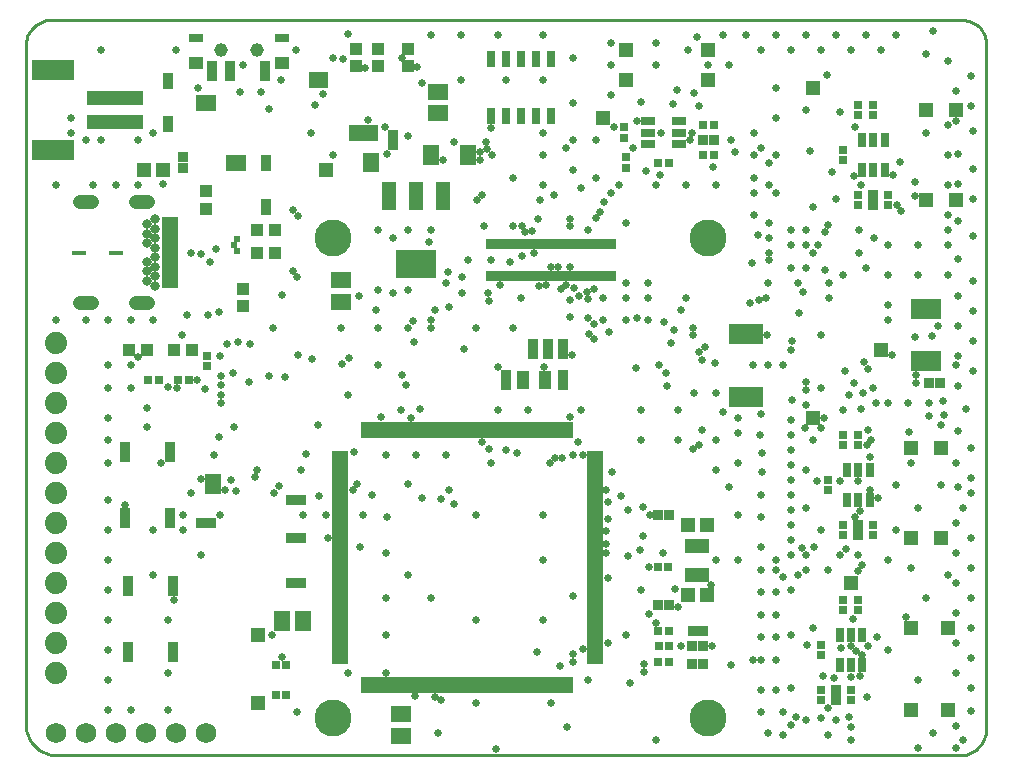
<source format=gbr>
G04 EAGLE Gerber RS-274X export*
G75*
%MOMM*%
%FSLAX34Y34*%
%LPD*%
%INSoldermask Top*%
%IPPOS*%
%AMOC8*
5,1,8,0,0,1.08239X$1,22.5*%
G01*
%ADD10C,3.124200*%
%ADD11R,1.103200X1.503200*%
%ADD12R,0.503200X1.403200*%
%ADD13R,1.403200X0.503200*%
%ADD14R,0.703200X0.703200*%
%ADD15R,1.153200X1.203200*%
%ADD16R,2.003200X1.203200*%
%ADD17R,1.153200X2.353200*%
%ADD18R,3.453200X2.353200*%
%ADD19R,1.653200X1.353200*%
%ADD20R,1.473200X0.838200*%
%ADD21R,0.823200X0.823200*%
%ADD22R,2.997200X1.701800*%
%ADD23R,0.482600X1.778000*%
%ADD24R,0.711200X1.473200*%
%ADD25R,4.803200X1.203200*%
%ADD26R,3.603200X1.803200*%
%ADD27R,0.903200X1.403200*%
%ADD28R,0.903200X1.703200*%
%ADD29R,1.203200X0.803200*%
%ADD30R,1.203200X1.003200*%
%ADD31C,1.153200*%
%ADD32R,0.838200X1.473200*%
%ADD33R,1.353200X1.653200*%
%ADD34R,0.965200X1.727200*%
%ADD35C,1.727200*%
%ADD36R,1.003200X1.003200*%
%ADD37R,1.203200X0.403200*%
%ADD38C,0.807200*%
%ADD39C,1.203200*%
%ADD40R,1.303200X0.803200*%
%ADD41R,0.803200X1.303200*%
%ADD42R,1.203200X1.203200*%
%ADD43R,0.433200X0.863200*%
%ADD44R,0.400800X0.710800*%
%ADD45R,10.972800X0.965200*%
%ADD46R,0.503200X0.503200*%
%ADD47C,1.879600*%
%ADD48C,0.657200*%
%ADD49C,0.254000*%


D10*
X31750Y31750D03*
X349250Y31750D03*
X349250Y438150D03*
X31750Y438150D03*
D11*
X210922Y317246D03*
X191922Y317246D03*
D12*
X57534Y59386D03*
X62534Y59386D03*
X67534Y59386D03*
X72534Y59386D03*
X77534Y59386D03*
X82534Y59386D03*
X87534Y59386D03*
X92534Y59386D03*
X97534Y59386D03*
X102534Y59386D03*
X107534Y59386D03*
X112534Y59386D03*
X117534Y59386D03*
X122534Y59386D03*
X127534Y59386D03*
X132534Y59386D03*
X137534Y59386D03*
X142534Y59386D03*
X147534Y59386D03*
X152534Y59386D03*
X157534Y59386D03*
X162534Y59386D03*
X167534Y59386D03*
X172534Y59386D03*
X177534Y59386D03*
X182534Y59386D03*
X187534Y59386D03*
X192534Y59386D03*
X197534Y59386D03*
X202534Y59386D03*
X207534Y59386D03*
X212534Y59386D03*
X217534Y59386D03*
X222534Y59386D03*
X227534Y59386D03*
X232534Y59386D03*
D13*
X253034Y79886D03*
X253034Y84886D03*
X253034Y89886D03*
X253034Y94886D03*
X253034Y99886D03*
X253034Y104886D03*
X253034Y109886D03*
X253034Y114886D03*
X253034Y119886D03*
X253034Y124886D03*
X253034Y129886D03*
X253034Y134886D03*
X253034Y139886D03*
X253034Y144886D03*
X253034Y149886D03*
X253034Y154886D03*
X253034Y159886D03*
X253034Y164886D03*
X253034Y169886D03*
X253034Y174886D03*
X253034Y179886D03*
X253034Y184886D03*
X253034Y189886D03*
X253034Y194886D03*
X253034Y199886D03*
X253034Y204886D03*
X253034Y209886D03*
X253034Y214886D03*
X253034Y219886D03*
X253034Y224886D03*
X253034Y229886D03*
X253034Y234886D03*
X253034Y239886D03*
X253034Y244886D03*
X253034Y249886D03*
X253034Y254886D03*
D12*
X232534Y275386D03*
X227534Y275386D03*
X222534Y275386D03*
X217534Y275386D03*
X212534Y275386D03*
X207534Y275386D03*
X202534Y275386D03*
X197534Y275386D03*
X192534Y275386D03*
X187534Y275386D03*
X182534Y275386D03*
X177534Y275386D03*
X172534Y275386D03*
X167534Y275386D03*
X162534Y275386D03*
X157534Y275386D03*
X152534Y275386D03*
X147534Y275386D03*
X142534Y275386D03*
X137534Y275386D03*
X132534Y275386D03*
X127534Y275386D03*
X122534Y275386D03*
X117534Y275386D03*
X112534Y275386D03*
X107534Y275386D03*
X102534Y275386D03*
X97534Y275386D03*
X92534Y275386D03*
X87534Y275386D03*
X82534Y275386D03*
X77534Y275386D03*
X72534Y275386D03*
X67534Y275386D03*
X62534Y275386D03*
X57534Y275386D03*
D13*
X37034Y254886D03*
X37034Y249886D03*
X37034Y244886D03*
X37034Y239886D03*
X37034Y234886D03*
X37034Y229886D03*
X37034Y224886D03*
X37034Y219886D03*
X37034Y214886D03*
X37034Y209886D03*
X37034Y204886D03*
X37034Y199886D03*
X37034Y194886D03*
X37034Y189886D03*
X37034Y184886D03*
X37034Y179886D03*
X37034Y174886D03*
X37034Y169886D03*
X37034Y164886D03*
X37034Y159886D03*
X37034Y154886D03*
X37034Y149886D03*
X37034Y144886D03*
X37034Y139886D03*
X37034Y134886D03*
X37034Y129886D03*
X37034Y124886D03*
X37034Y119886D03*
X37034Y114886D03*
X37034Y109886D03*
X37034Y104886D03*
X37034Y99886D03*
X37034Y94886D03*
X37034Y89886D03*
X37034Y84886D03*
X37034Y79886D03*
D14*
X315904Y78486D03*
X306904Y78486D03*
D15*
X332360Y194564D03*
X348360Y194564D03*
X331852Y135128D03*
X347852Y135128D03*
D16*
X339852Y152346D03*
X339852Y177346D03*
D14*
X306904Y104902D03*
X315904Y104902D03*
X307158Y91948D03*
X316158Y91948D03*
D17*
X124600Y473500D03*
X101600Y473500D03*
X78600Y473500D03*
D18*
X101600Y415500D03*
D19*
X38608Y401938D03*
X38608Y383938D03*
D20*
X63500Y505714D03*
X63500Y497586D03*
D19*
X120650Y543450D03*
X120650Y561450D03*
D21*
X82550Y525200D03*
X82550Y516200D03*
D22*
X381000Y303530D03*
X381000Y356870D03*
D20*
X114300Y503936D03*
X114300Y512064D03*
D23*
X543400Y377600D03*
X538400Y377600D03*
X533400Y377600D03*
X528400Y377600D03*
X523400Y377600D03*
X523400Y333600D03*
X528400Y333600D03*
X533400Y333600D03*
X538400Y333600D03*
X543400Y333600D03*
D21*
X536012Y314706D03*
X545012Y314706D03*
D24*
X215900Y589280D03*
X215900Y541020D03*
X203200Y589280D03*
X203200Y541020D03*
X190500Y589280D03*
X190500Y541020D03*
X177800Y589280D03*
X177800Y541020D03*
X165100Y589280D03*
X165100Y541020D03*
D14*
X-8200Y76200D03*
X-17200Y76200D03*
X-8200Y50800D03*
X-17200Y50800D03*
D25*
X-153500Y536100D03*
X-153500Y556100D03*
D26*
X-205500Y512100D03*
X-205500Y580100D03*
D27*
X-107950Y533950D03*
X-107950Y570950D03*
D28*
X-70760Y579400D03*
X-55760Y579400D03*
X-25760Y579400D03*
D29*
X-84760Y606900D03*
D30*
X-84760Y585900D03*
D29*
X-11760Y606900D03*
D30*
X-11760Y585900D03*
D31*
X-63260Y596900D03*
X-33260Y596900D03*
D20*
X146050Y503936D03*
X146050Y512064D03*
D32*
X49022Y527050D03*
X57150Y527050D03*
X65278Y527050D03*
D19*
X88900Y34400D03*
X88900Y16400D03*
D33*
X6206Y113284D03*
X-11794Y113284D03*
D21*
X226060Y313000D03*
X226060Y322000D03*
X177800Y313000D03*
X177800Y322000D03*
X306650Y127000D03*
X315650Y127000D03*
X4500Y146050D03*
X-4500Y146050D03*
X4500Y184150D03*
X-4500Y184150D03*
X306650Y203200D03*
X315650Y203200D03*
X4500Y215900D03*
X-4500Y215900D03*
X344606Y91948D03*
X335606Y91948D03*
X344860Y105410D03*
X335860Y105410D03*
X344606Y77216D03*
X335606Y77216D03*
X225806Y339162D03*
X225806Y348162D03*
X213106Y339162D03*
X213106Y348162D03*
X200406Y339162D03*
X200406Y348162D03*
D14*
X306396Y159512D03*
X315396Y159512D03*
D34*
X-144526Y200914D03*
X-144526Y256794D03*
X-106426Y200914D03*
X-106426Y256794D03*
D21*
X-71700Y196850D03*
X-80700Y196850D03*
D35*
X-127000Y19050D03*
X-152400Y19050D03*
X-76200Y19050D03*
X-101600Y19050D03*
X-177800Y19050D03*
X-203200Y19050D03*
D15*
X-112650Y495300D03*
X-128650Y495300D03*
D36*
X-32900Y425450D03*
X-17900Y425450D03*
X-32900Y444500D03*
X-17900Y444500D03*
D37*
X-152400Y425450D03*
X-183400Y425450D03*
D13*
X-106600Y452950D03*
X-106600Y447950D03*
X-106600Y442950D03*
X-106600Y437950D03*
X-106600Y432950D03*
X-106600Y427950D03*
X-106600Y422950D03*
X-106600Y417950D03*
X-106600Y412950D03*
X-106600Y407950D03*
X-106600Y402950D03*
X-106600Y397950D03*
D38*
X-119100Y397450D03*
X-126100Y401450D03*
X-126100Y409450D03*
X-119100Y405450D03*
X-119100Y413450D03*
X-126100Y417450D03*
X-119100Y421450D03*
X-119100Y429450D03*
X-126100Y433450D03*
X-119100Y437450D03*
X-126100Y441450D03*
X-126100Y449450D03*
X-119100Y445450D03*
X-119100Y453450D03*
D39*
X-125600Y468150D02*
X-135600Y468150D01*
X-135600Y382750D02*
X-125600Y382750D01*
X-172900Y382750D02*
X-182900Y382750D01*
X-182900Y468150D02*
X-172900Y468150D01*
D36*
X-76200Y477400D03*
X-76200Y462400D03*
X-44450Y379850D03*
X-44450Y394850D03*
D21*
X-95250Y497150D03*
X-95250Y506150D03*
D32*
X-80264Y552450D03*
X-72136Y552450D03*
X-46736Y501650D03*
X-54864Y501650D03*
D40*
X324150Y536550D03*
X324150Y527050D03*
X324150Y517550D03*
X298150Y517550D03*
X298150Y527050D03*
X298150Y536550D03*
D14*
X279400Y497150D03*
X279400Y506150D03*
X278130Y531804D03*
X278130Y522804D03*
X344750Y533400D03*
X353750Y533400D03*
X315650Y501650D03*
X306650Y501650D03*
X353750Y508000D03*
X344750Y508000D03*
D21*
X353750Y520700D03*
X344750Y520700D03*
D41*
X498450Y495000D03*
X488950Y495000D03*
X479450Y495000D03*
X479450Y521000D03*
X488950Y521000D03*
X498450Y521000D03*
D14*
X476250Y550600D03*
X476250Y541600D03*
X488950Y550600D03*
X488950Y541600D03*
X501650Y474400D03*
X501650Y465400D03*
X463550Y503500D03*
X463550Y512500D03*
X476250Y465400D03*
X476250Y474400D03*
D21*
X488950Y465400D03*
X488950Y474400D03*
D41*
X485750Y215600D03*
X476250Y215600D03*
X466750Y215600D03*
X466750Y241600D03*
X476250Y241600D03*
X485750Y241600D03*
D14*
X463550Y262200D03*
X463550Y271200D03*
X476250Y262200D03*
X476250Y271200D03*
X488950Y195000D03*
X488950Y186000D03*
X450850Y224100D03*
X450850Y233100D03*
X463550Y195000D03*
X463550Y186000D03*
D21*
X476250Y186000D03*
X476250Y195000D03*
D41*
X479400Y75900D03*
X469900Y75900D03*
X460400Y75900D03*
X460400Y101900D03*
X469900Y101900D03*
X479400Y101900D03*
D14*
X463550Y131500D03*
X463550Y122500D03*
X476250Y131500D03*
X476250Y122500D03*
X469900Y55300D03*
X469900Y46300D03*
X444500Y84400D03*
X444500Y93400D03*
X444500Y46300D03*
X444500Y55300D03*
D21*
X457200Y46300D03*
X457200Y55300D03*
D42*
X25400Y495300D03*
X495300Y342900D03*
X-31750Y101600D03*
X-31750Y44450D03*
D34*
X-103632Y142748D03*
X-103632Y86868D03*
X-141732Y142748D03*
X-141732Y86868D03*
D20*
X-70104Y225552D03*
X-70104Y233680D03*
D43*
X167900Y432650D03*
X167900Y405550D03*
X171900Y432650D03*
X171900Y405550D03*
X175900Y432650D03*
X175900Y405550D03*
X179900Y432650D03*
X179900Y405550D03*
X183900Y432650D03*
X183900Y405550D03*
X187900Y432650D03*
X187900Y405550D03*
X191900Y432650D03*
X191900Y405550D03*
X195900Y432650D03*
X195900Y405550D03*
X199900Y432650D03*
X199900Y405550D03*
X203900Y432650D03*
X203900Y405550D03*
X207900Y432650D03*
X207900Y405550D03*
X211900Y432650D03*
X211900Y405550D03*
X215900Y432650D03*
X215900Y405550D03*
X219900Y432650D03*
X219900Y405550D03*
X223900Y432650D03*
X223900Y405550D03*
X227900Y432650D03*
X227900Y405550D03*
X231900Y432650D03*
X231900Y405550D03*
X235900Y432650D03*
X235900Y405550D03*
X239900Y432650D03*
X239900Y405550D03*
X243900Y432650D03*
X243900Y405550D03*
X247900Y432650D03*
X247900Y405550D03*
X251900Y432650D03*
X251900Y405550D03*
D44*
X268650Y432650D03*
X268650Y405550D03*
X163150Y432650D03*
X163150Y405550D03*
D45*
X215996Y405638D03*
X215996Y432562D03*
D43*
X255900Y432650D03*
X255900Y405550D03*
X259900Y432650D03*
X259900Y405550D03*
X263900Y432650D03*
X263900Y405550D03*
D36*
X95250Y598050D03*
X95250Y583050D03*
X69850Y598050D03*
X69850Y583050D03*
X50800Y598050D03*
X50800Y583050D03*
D46*
X-52050Y431800D03*
X-49550Y426800D03*
X-49550Y436800D03*
D42*
X520700Y260350D03*
X546100Y184150D03*
X469900Y146050D03*
X438150Y285750D03*
X260350Y539750D03*
X438150Y565150D03*
X546100Y260350D03*
X520700Y184150D03*
X552450Y107950D03*
X520700Y38100D03*
X520700Y107950D03*
X552450Y38100D03*
X558800Y546100D03*
X533400Y469900D03*
X533400Y546100D03*
X558800Y469900D03*
X279400Y571500D03*
X349250Y596900D03*
X349250Y571500D03*
X279400Y596900D03*
D27*
X-25400Y501100D03*
X-25400Y464100D03*
D36*
X-87750Y342900D03*
X-102750Y342900D03*
D14*
X-99750Y317500D03*
X-90750Y317500D03*
D36*
X-125850Y342900D03*
X-140850Y342900D03*
D14*
X-125150Y317500D03*
X-116150Y317500D03*
D47*
X-203200Y349250D03*
X-203200Y323850D03*
X-203200Y298450D03*
X-203200Y273050D03*
X-203200Y247650D03*
X-203200Y222250D03*
X-203200Y196850D03*
X-203200Y171450D03*
X-203200Y146050D03*
X-203200Y120650D03*
X-203200Y95250D03*
X-203200Y69850D03*
D32*
X23114Y571500D03*
X14986Y571500D03*
D14*
X-75438Y338002D03*
X-75438Y329002D03*
D48*
X355092Y332232D03*
X355600Y306832D03*
X337058Y306832D03*
X314452Y312674D03*
X317500Y349250D03*
X336550Y361950D03*
X325882Y376428D03*
X311912Y366522D03*
X298450Y368300D03*
X298450Y387350D03*
X279400Y387350D03*
X279400Y368300D03*
X260350Y368300D03*
X260350Y387350D03*
X205994Y397002D03*
X190500Y386842D03*
X232410Y370840D03*
X232156Y385572D03*
X247650Y385826D03*
X247650Y370078D03*
X-63500Y304800D03*
X-39878Y315450D03*
X-144780Y212090D03*
X-133350Y337185D03*
X77470Y508635D03*
X133985Y519430D03*
X106680Y568960D03*
X-13970Y227965D03*
X-67310Y428625D03*
X90170Y321945D03*
X-12065Y83185D03*
X281305Y168910D03*
X299085Y119380D03*
X325755Y92075D03*
X351790Y144145D03*
X152400Y361950D03*
X184150Y361950D03*
X114300Y361950D03*
X88900Y292100D03*
X171450Y292100D03*
X196850Y292100D03*
X127000Y254000D03*
X101600Y254000D03*
X76200Y254000D03*
X152400Y203200D03*
X209550Y203200D03*
X209550Y165100D03*
X165100Y247650D03*
X209550Y114300D03*
X152400Y114300D03*
X152400Y44450D03*
X215900Y44450D03*
X247650Y63500D03*
X368300Y76200D03*
X304800Y12700D03*
X279400Y101600D03*
X292100Y139700D03*
X311150Y171450D03*
X355600Y165100D03*
X374650Y165100D03*
X374650Y203200D03*
X374650Y247650D03*
X374650Y273050D03*
X355600Y241300D03*
X355600Y266700D03*
X323850Y266700D03*
X292100Y266700D03*
X292100Y292100D03*
X323850Y292100D03*
X330200Y387350D03*
X298450Y400050D03*
X279400Y400050D03*
X165100Y419100D03*
X146050Y419100D03*
X127000Y400050D03*
X95250Y393700D03*
X95250Y361950D03*
X69850Y393700D03*
X69850Y444500D03*
X95250Y444500D03*
X114300Y444500D03*
X183896Y488950D03*
X209296Y482600D03*
X209296Y508000D03*
X209296Y527050D03*
X234696Y495300D03*
X234696Y520700D03*
X234696Y552450D03*
X234696Y590550D03*
X209296Y609600D03*
X171196Y609600D03*
X139446Y609600D03*
X114046Y609600D03*
X139446Y571500D03*
X177546Y571500D03*
X31496Y590550D03*
X31496Y508000D03*
X12446Y527050D03*
X-44704Y584200D03*
X-12954Y571500D03*
X-254Y596900D03*
X-101854Y596900D03*
X-82804Y565150D03*
X-165354Y596900D03*
X-190754Y539750D03*
X-190754Y527050D03*
X-178054Y520700D03*
X-165354Y520700D03*
X-133604Y520700D03*
X-120904Y527050D03*
X-133604Y482600D03*
X-152654Y482600D03*
X-171704Y482600D03*
X-203454Y482600D03*
X-203454Y368300D03*
X-178054Y368300D03*
X-159004Y368300D03*
X-139954Y368300D03*
X-120904Y368300D03*
X-159004Y330200D03*
X-159004Y311150D03*
X-139954Y311150D03*
X-139954Y330200D03*
X-159004Y285750D03*
X-159004Y266700D03*
X-159004Y247650D03*
X-159004Y215900D03*
X-159004Y190500D03*
X-159004Y165100D03*
X-159004Y139700D03*
X-159004Y114300D03*
X-159004Y88900D03*
X-159004Y63500D03*
X-159004Y38100D03*
X-139954Y38100D03*
X-108204Y38100D03*
X-108204Y69850D03*
X-108204Y114300D03*
X-120904Y152400D03*
X-120904Y190500D03*
X-95504Y190500D03*
X-95504Y203200D03*
X-89154Y222250D03*
X-114554Y247650D03*
X-69596Y254254D03*
X-52578Y277876D03*
X-23114Y321310D03*
X-57912Y348234D03*
X-38862Y348234D03*
X-19050Y361950D03*
X19050Y279400D03*
X57150Y203200D03*
X25400Y203200D03*
X76200Y171450D03*
X95250Y152400D03*
X114300Y133350D03*
X76200Y133350D03*
X76200Y101600D03*
X76200Y69850D03*
X44450Y69850D03*
X120650Y19050D03*
X69850Y361950D03*
X69850Y330200D03*
X38100Y361950D03*
X279400Y450850D03*
X209550Y571500D03*
X159512Y448056D03*
X82550Y438150D03*
X44450Y304800D03*
X241300Y292100D03*
X6350Y203200D03*
X247650Y444500D03*
X374650Y285750D03*
X234950Y85963D03*
X234950Y78629D03*
X243205Y90170D03*
X234950Y134620D03*
X13335Y335280D03*
X-112395Y483870D03*
X352425Y92075D03*
X233680Y339090D03*
X323850Y125730D03*
X299085Y159385D03*
X-103505Y131445D03*
X-64135Y337820D03*
X45085Y335915D03*
X99695Y349885D03*
X-18415Y221615D03*
X142240Y343535D03*
X229870Y23495D03*
X282575Y60960D03*
X294640Y77470D03*
X264160Y94615D03*
X93345Y313055D03*
X19685Y219710D03*
X299720Y203200D03*
X264160Y200025D03*
X320675Y140335D03*
X223520Y75565D03*
X100965Y49784D03*
X27305Y184150D03*
X204470Y87630D03*
X264160Y149860D03*
X210185Y328930D03*
X72390Y286385D03*
X49530Y256540D03*
X106680Y217805D03*
X232410Y286385D03*
X304800Y111760D03*
X262890Y178435D03*
X419100Y25400D03*
X467995Y32385D03*
X238760Y264795D03*
X313055Y323215D03*
X425450Y152400D03*
X400050Y330200D03*
X387350Y330200D03*
X412750Y330200D03*
X419100Y342900D03*
X399288Y355854D03*
X398272Y386588D03*
X419862Y300482D03*
X393446Y289052D03*
X392938Y271272D03*
X394462Y255778D03*
X394716Y240030D03*
X393700Y220472D03*
X393700Y201422D03*
X393700Y176022D03*
X393700Y156972D03*
X393700Y137922D03*
X393700Y118872D03*
X393700Y99822D03*
X393700Y80772D03*
X393700Y55372D03*
X393700Y36322D03*
X412750Y17272D03*
X450850Y17272D03*
X469900Y23622D03*
X457200Y29972D03*
X431800Y29972D03*
X412750Y36322D03*
X406400Y55372D03*
X406400Y80772D03*
X406400Y99822D03*
X406400Y118872D03*
X406400Y137922D03*
X406400Y156972D03*
X412750Y150622D03*
X431800Y156972D03*
X450850Y156972D03*
X476250Y169672D03*
X431800Y169672D03*
X419100Y169672D03*
X419100Y182372D03*
X419100Y195072D03*
X419100Y207772D03*
X419100Y220472D03*
X419100Y233172D03*
X419100Y245872D03*
X419100Y258572D03*
X419100Y271272D03*
X419100Y283972D03*
X431292Y276860D03*
X445008Y276860D03*
X431800Y296672D03*
X431800Y309372D03*
X431800Y315722D03*
X480568Y306578D03*
X472948Y315214D03*
X491490Y297688D03*
X468376Y305054D03*
X478536Y293370D03*
X501650Y297688D03*
X518668Y297688D03*
X535940Y298450D03*
X535686Y287274D03*
X548894Y287528D03*
X548132Y299466D03*
X567182Y293116D03*
X560832Y312166D03*
X573532Y324866D03*
X560832Y337566D03*
X573532Y350266D03*
X560832Y362966D03*
X573532Y375666D03*
X560832Y388366D03*
X573532Y401066D03*
X560832Y420116D03*
X573532Y439166D03*
X560832Y451866D03*
X573532Y470916D03*
X560832Y483616D03*
X573532Y496316D03*
X560832Y509016D03*
X573532Y528066D03*
X558800Y536702D03*
X571500Y549402D03*
X558800Y562102D03*
X571500Y574802D03*
X552450Y587502D03*
X539750Y612902D03*
X533400Y593852D03*
X508254Y609600D03*
X495554Y596900D03*
X482854Y609600D03*
X470154Y596900D03*
X457454Y609600D03*
X444754Y596900D03*
X432054Y609600D03*
X419354Y596900D03*
X406654Y609600D03*
X393954Y596900D03*
X381254Y609600D03*
X368554Y520700D03*
X387604Y527050D03*
X387604Y508000D03*
X400304Y501650D03*
X387604Y488950D03*
X400304Y482600D03*
X387604Y476250D03*
X273304Y482600D03*
X305054Y482600D03*
X330454Y482600D03*
X355854Y482600D03*
X387604Y457200D03*
X400304Y450850D03*
X400304Y438150D03*
X400304Y425450D03*
X432054Y444500D03*
X432054Y431800D03*
X432054Y412750D03*
X419354Y412750D03*
X419354Y431800D03*
X419354Y444500D03*
X425704Y374650D03*
X451104Y387350D03*
X451104Y400050D03*
X482854Y412750D03*
X476504Y425450D03*
X489204Y438150D03*
X476504Y444500D03*
X560832Y274066D03*
X571500Y259842D03*
X558800Y247142D03*
X571500Y234442D03*
X571500Y221742D03*
X558800Y196342D03*
X571500Y183642D03*
X558800Y170942D03*
X571500Y158242D03*
X558800Y145542D03*
X571500Y132842D03*
X558800Y120142D03*
X571500Y107442D03*
X558800Y94742D03*
X571500Y82042D03*
X558800Y69342D03*
X571500Y56642D03*
X571500Y37592D03*
X558800Y24892D03*
X558800Y5842D03*
X539750Y18542D03*
X527050Y5842D03*
X333375Y520700D03*
X309245Y527050D03*
X473710Y201930D03*
X476250Y231775D03*
X469900Y92075D03*
X406400Y476250D03*
X406400Y508000D03*
X406400Y539750D03*
X406400Y565150D03*
X366522Y584200D03*
X349250Y584200D03*
X304800Y584200D03*
X304800Y603250D03*
X266700Y603250D03*
X266700Y584200D03*
X266700Y558800D03*
X254000Y520700D03*
X254000Y488950D03*
X308610Y491490D03*
X353060Y497840D03*
X372110Y510540D03*
X336804Y560578D03*
X322834Y563372D03*
X292354Y552958D03*
X339852Y608330D03*
X460502Y544830D03*
X454152Y494030D03*
X456946Y470662D03*
X437896Y464312D03*
X441706Y432054D03*
X448056Y442468D03*
X448056Y410718D03*
X429006Y391668D03*
X444500Y355600D03*
X444500Y311150D03*
X463550Y292100D03*
X488950Y311150D03*
X501650Y368300D03*
X501650Y381000D03*
X501650Y406400D03*
X501650Y431800D03*
X527050Y431800D03*
X527050Y406400D03*
X552450Y406400D03*
X552450Y431800D03*
X552450Y457200D03*
X552450Y482600D03*
X552450Y508000D03*
X552450Y533400D03*
X533400Y527050D03*
X511556Y502158D03*
X473456Y531622D03*
X524256Y353822D03*
X558546Y330200D03*
X545846Y279400D03*
X431546Y241300D03*
X431546Y209550D03*
X444246Y190500D03*
X501396Y165100D03*
X520446Y158750D03*
X526796Y209550D03*
X507746Y190500D03*
X507746Y228600D03*
X520446Y247650D03*
X545846Y228600D03*
X552196Y152400D03*
X533146Y133350D03*
X418846Y139700D03*
X418846Y101600D03*
X437896Y107950D03*
X418846Y57150D03*
X399796Y19050D03*
X444246Y31750D03*
X469646Y12700D03*
X526796Y63500D03*
X501396Y88900D03*
X446532Y66802D03*
X484632Y327152D03*
X390906Y439928D03*
X385826Y416814D03*
X384810Y382778D03*
X419862Y350520D03*
X464566Y324866D03*
X423545Y32385D03*
X243205Y254000D03*
X366395Y226695D03*
X387350Y80645D03*
X477520Y66675D03*
X492125Y99695D03*
X262890Y224790D03*
X461010Y169545D03*
X476250Y155575D03*
X474345Y88265D03*
X484505Y92710D03*
X406400Y165100D03*
X492760Y217805D03*
X187325Y255905D03*
X307340Y330200D03*
X538480Y354965D03*
X447040Y285750D03*
X169545Y5080D03*
X428625Y175260D03*
X438785Y176530D03*
X274955Y219075D03*
X264160Y214630D03*
X463550Y406400D03*
X343836Y334852D03*
X512445Y461010D03*
X219075Y251460D03*
X123190Y46990D03*
X294640Y70485D03*
X361950Y290195D03*
X281305Y207645D03*
X294005Y210185D03*
X340995Y262890D03*
X450850Y448945D03*
X472440Y490220D03*
X4445Y241300D03*
X-9525Y320040D03*
X449580Y575945D03*
X393700Y514350D03*
X341233Y340868D03*
X319405Y551180D03*
X177800Y258445D03*
X437515Y424815D03*
X400685Y419100D03*
X266700Y476250D03*
X269240Y531495D03*
X117475Y49530D03*
X294005Y185420D03*
X343535Y275590D03*
X262890Y171450D03*
X291465Y173355D03*
X336550Y259080D03*
X262890Y189865D03*
X267970Y240030D03*
X288290Y327660D03*
X201295Y425450D03*
X205105Y454025D03*
X166370Y508000D03*
X156210Y510540D03*
X319842Y359974D03*
X336550Y355600D03*
X565150Y209550D03*
X565150Y12700D03*
X552450Y444500D03*
X361950Y609600D03*
X228600Y514350D03*
X288798Y369824D03*
X241300Y479790D03*
X218440Y474345D03*
X157480Y474345D03*
X104775Y292735D03*
X97155Y285115D03*
X99314Y367538D03*
X114300Y368300D03*
X207010Y469900D03*
X153670Y469900D03*
X184150Y447675D03*
X-2540Y409575D03*
X-55245Y233045D03*
X181610Y417830D03*
X53340Y388620D03*
X38735Y331470D03*
X8890Y254635D03*
X-64135Y203200D03*
X222250Y413385D03*
X232410Y447675D03*
X215900Y413385D03*
X232410Y454025D03*
X212090Y398145D03*
X162560Y391160D03*
X161925Y513080D03*
X165100Y530860D03*
X-34832Y235313D03*
X1524Y456438D03*
X254254Y454549D03*
X-33308Y241377D03*
X-2659Y461129D03*
X257302Y459597D03*
X485775Y224790D03*
X450850Y40005D03*
X479425Y85090D03*
X483235Y48895D03*
X466090Y174625D03*
X479425Y160655D03*
X508635Y465455D03*
X505460Y490855D03*
X340995Y549275D03*
X504825Y338455D03*
X518795Y273685D03*
X525145Y314960D03*
X163195Y384810D03*
X140335Y405130D03*
X128905Y408940D03*
X173132Y398368D03*
X543560Y363220D03*
X560705Y226695D03*
X215265Y247015D03*
X525145Y321945D03*
X635Y36830D03*
X225425Y251460D03*
X480695Y332740D03*
X-20320Y101600D03*
X53975Y175895D03*
X76835Y201930D03*
X123190Y216535D03*
X16510Y550545D03*
X124460Y504190D03*
X95250Y524510D03*
X392430Y385445D03*
X260985Y468630D03*
X-29210Y561340D03*
X156210Y504190D03*
X60960Y537845D03*
X-80010Y424180D03*
X-63500Y320659D03*
X-88900Y425450D03*
X-63500Y313579D03*
X-72390Y417830D03*
X-53340Y323215D03*
X-100330Y310515D03*
X-108585Y311785D03*
X335280Y527050D03*
X285750Y513715D03*
X296545Y494665D03*
X332105Y596900D03*
X288925Y536575D03*
X523875Y473075D03*
X523875Y485140D03*
X478790Y482600D03*
X434975Y511810D03*
X477520Y206375D03*
X460375Y231775D03*
X441325Y232410D03*
X487045Y266700D03*
X484505Y275590D03*
X485775Y252730D03*
X455930Y65405D03*
X469900Y66040D03*
X461645Y90805D03*
X433070Y93345D03*
X516890Y116840D03*
X471805Y115570D03*
X-46990Y561340D03*
X-63500Y298450D03*
X-64770Y269240D03*
X-125730Y278130D03*
X-125730Y294005D03*
X-76835Y309880D03*
X-80645Y233680D03*
X102870Y582930D03*
X58420Y581660D03*
X40005Y589280D03*
X-22860Y547370D03*
X438150Y266700D03*
X483235Y262255D03*
X400050Y400050D03*
X425450Y400050D03*
X431800Y546100D03*
X224155Y394335D03*
X118110Y377190D03*
X113030Y434340D03*
X-92075Y372745D03*
X228600Y398145D03*
X-74295Y372745D03*
X231775Y413385D03*
X81915Y391160D03*
X67945Y377190D03*
X-48895Y349885D03*
X235585Y395605D03*
X1905Y339090D03*
X240030Y388620D03*
X163830Y259080D03*
X129540Y224790D03*
X48260Y224790D03*
X246380Y391795D03*
X252730Y365125D03*
X252730Y352425D03*
X157480Y265430D03*
X95250Y229235D03*
X52070Y229235D03*
X346710Y345440D03*
X234315Y254000D03*
X133985Y212725D03*
X64135Y220345D03*
X252095Y394335D03*
X264795Y358140D03*
X248285Y356870D03*
X171450Y328295D03*
X160655Y519430D03*
X44450Y610870D03*
X191135Y448310D03*
X1270Y405130D03*
X-50800Y223520D03*
X-80010Y169545D03*
X200025Y443865D03*
X-11430Y389890D03*
X-59690Y224790D03*
X193675Y442595D03*
X-96520Y355600D03*
X191770Y422910D03*
X140335Y391160D03*
X129540Y379730D03*
X-65405Y375285D03*
X-83820Y317500D03*
X89535Y590550D03*
X75565Y531495D03*
X22860Y560070D03*
D49*
X-228600Y25400D02*
X-228503Y23186D01*
X-228214Y20989D01*
X-227735Y18826D01*
X-227068Y16713D01*
X-226220Y14666D01*
X-225197Y12700D01*
X-224006Y10831D01*
X-222658Y9073D01*
X-221161Y7440D01*
X-219527Y5942D01*
X-217769Y4594D01*
X-215900Y3403D01*
X-213935Y2380D01*
X-211887Y1532D01*
X-209774Y865D01*
X-207611Y386D01*
X-205414Y97D01*
X-203200Y0D01*
X565150Y0D01*
X567075Y361D01*
X568961Y889D01*
X570794Y1579D01*
X572560Y2426D01*
X574245Y3424D01*
X575837Y4565D01*
X577324Y5840D01*
X578693Y7241D01*
X579936Y8755D01*
X581041Y10371D01*
X582002Y12078D01*
X582810Y13862D01*
X583460Y15710D01*
X583946Y17607D01*
X584264Y19540D01*
X584414Y21492D01*
X584392Y23451D01*
X584200Y25400D01*
X584200Y601980D01*
X584180Y603698D01*
X584011Y605408D01*
X583694Y607097D01*
X583230Y608751D01*
X582624Y610359D01*
X581880Y611908D01*
X581004Y613386D01*
X580003Y614782D01*
X578883Y616085D01*
X577655Y617286D01*
X576326Y618376D01*
X574907Y619345D01*
X573410Y620187D01*
X571844Y620896D01*
X570223Y621465D01*
X568559Y621891D01*
X566863Y622170D01*
X565150Y622300D01*
X-209550Y622300D01*
X-211475Y621939D01*
X-213361Y621411D01*
X-215194Y620721D01*
X-216960Y619874D01*
X-218645Y618876D01*
X-220237Y617735D01*
X-221724Y616460D01*
X-223093Y615060D01*
X-224336Y613545D01*
X-225441Y611929D01*
X-226402Y610222D01*
X-227210Y608438D01*
X-227860Y606590D01*
X-228346Y604693D01*
X-228664Y602760D01*
X-228814Y600808D01*
X-228792Y598849D01*
X-228600Y596900D01*
X-228600Y25400D01*
M02*

</source>
